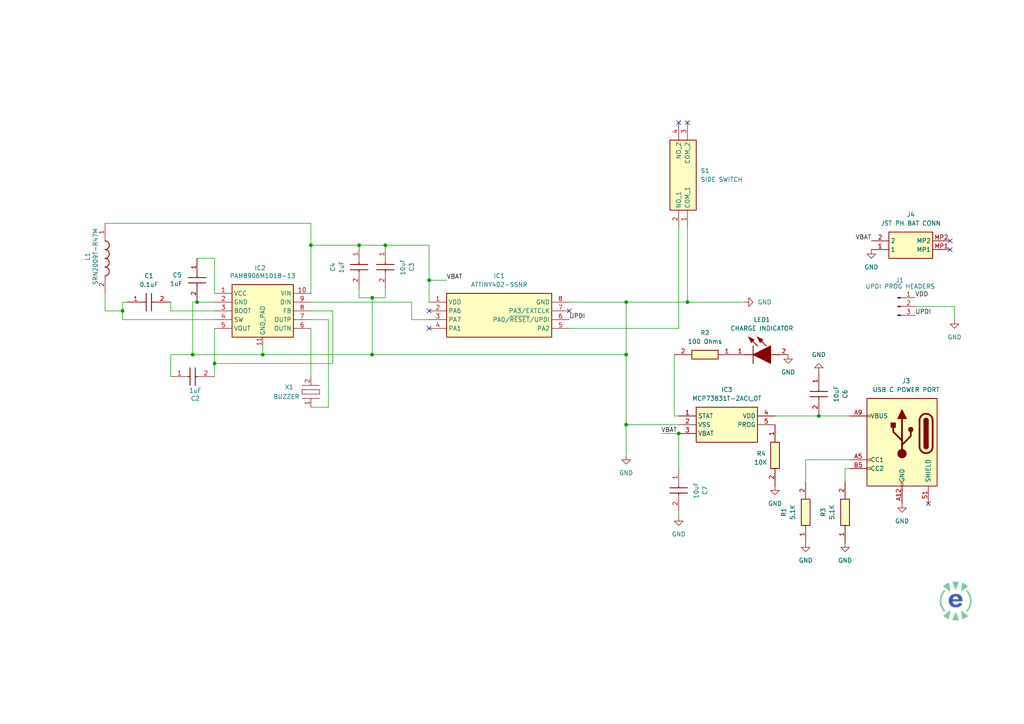
<source format=kicad_sch>
(kicad_sch (version 20231120) (generator "eeschema") (generator_version "8.0")
  (paper "A4")
  (title_block (title "Sound Defense Dev Board") (date "2024-12-14") (rev "v3.0") (company "Creative Engineering LLC") (comment 1 "creativeengineering.com") (comment 2 "Prepared by: Carl Ranieri") (comment 4 "Client: Mandy Howland"))
  (junction (at 62.23 105.41))
  (junction (at 55.88 102.87))
  (junction (at 57.15 87.63))
  (junction (at 199.39 87.63))
  (junction (at 76.2 102.87))
  (junction (at 124.46 81.28))
  (junction (at 104.14 71.12))
  (junction (at 107.95 86.36))
  (junction (at 111.76 71.12))
  (junction (at 181.61 87.63))
  (junction (at 181.61 123.19))
  (junction (at 107.95 102.87))
  (junction (at 196.85 125.73))
  (junction (at 181.61 102.87))
  (junction (at 90.17 71.12))
  (junction (at 35.56 90.17))
  (junction (at 237.49 120.65))
  (no_connect (at 269.24 146.05))
  (no_connect (at 199.39 35.56))
  (no_connect (at 165.1 90.17))
  (no_connect (at 275.59 72.39))
  (no_connect (at 124.46 90.17))
  (no_connect (at 275.59 69.85))
  (no_connect (at 124.46 95.25))
  (no_connect (at 196.85 35.56))
  (wire (pts (xy 119.38 92.71) (xy 124.46 92.71)))
  (wire (pts (xy 195.58 120.65) (xy 195.58 102.87)))
  (wire (pts (xy 57.15 87.63) (xy 62.23 87.63)))
  (wire (pts (xy 111.76 71.12) (xy 124.46 71.12)))
  (wire (pts (xy 165.1 87.63) (xy 181.61 87.63)))
  (wire (pts (xy 90.17 95.25) (xy 90.17 109.22)))
  (wire (pts (xy 124.46 81.28) (xy 129.54 81.28)))
  (wire (pts (xy 90.17 71.12) (xy 104.14 71.12)))
  (wire (pts (xy 224.79 120.65) (xy 237.49 120.65)))
  (wire (pts (xy 62.23 105.41) (xy 96.52 105.41)))
  (wire (pts (xy 191.77 125.73) (xy 196.85 125.73)))
  (wire (pts (xy 124.46 71.12) (xy 124.46 81.28)))
  (wire (pts (xy 95.25 92.71) (xy 90.17 92.71)))
  (wire (pts (xy 196.85 120.65) (xy 195.58 120.65)))
  (wire (pts (xy 165.1 95.25) (xy 196.85 95.25)))
  (wire (pts (xy 181.61 87.63) (xy 181.61 102.87)))
  (wire (pts (xy 245.11 135.89) (xy 246.38 135.89)))
  (wire (pts (xy 107.95 86.36) (xy 111.76 86.36)))
  (wire (pts (xy 181.61 87.63) (xy 199.39 87.63)))
  (wire (pts (xy 49.53 87.63) (xy 49.53 90.17)))
  (wire (pts (xy 96.52 90.17) (xy 90.17 90.17)))
  (wire (pts (xy 35.56 87.63) (xy 35.56 90.17)))
  (wire (pts (xy 62.23 85.09) (xy 62.23 74.93)))
  (wire (pts (xy 36.83 87.63) (xy 35.56 87.63)))
  (wire (pts (xy 95.25 118.11) (xy 90.17 118.11)))
  (wire (pts (xy 199.39 66.04) (xy 199.39 87.63)))
  (wire (pts (xy 76.2 100.33) (xy 76.2 102.87)))
  (wire (pts (xy 62.23 105.41) (xy 62.23 95.25)))
  (wire (pts (xy 124.46 81.28) (xy 124.46 87.63)))
  (wire (pts (xy 35.56 90.17) (xy 35.56 92.71)))
  (wire (pts (xy 245.11 139.7) (xy 245.11 135.89)))
  (wire (pts (xy 90.17 71.12) (xy 90.17 85.09)))
  (wire (pts (xy 49.53 102.87) (xy 55.88 102.87)))
  (wire (pts (xy 107.95 102.87) (xy 181.61 102.87)))
  (wire (pts (xy 107.95 86.36) (xy 107.95 102.87)))
  (wire (pts (xy 237.49 120.65) (xy 246.38 120.65)))
  (wire (pts (xy 49.53 109.22) (xy 49.53 102.87)))
  (wire (pts (xy 246.38 133.35) (xy 233.68 133.35)))
  (wire (pts (xy 196.85 125.73) (xy 196.85 135.89)))
  (wire (pts (xy 62.23 74.93) (xy 57.15 74.93)))
  (wire (pts (xy 181.61 123.19) (xy 196.85 123.19)))
  (wire (pts (xy 30.48 64.77) (xy 90.17 64.77)))
  (wire (pts (xy 30.48 85.09) (xy 30.48 90.17)))
  (wire (pts (xy 111.76 83.82) (xy 111.76 86.36)))
  (wire (pts (xy 62.23 92.71) (xy 35.56 92.71)))
  (wire (pts (xy 181.61 123.19) (xy 181.61 132.08)))
  (wire (pts (xy 265.43 88.9) (xy 276.86 88.9)))
  (wire (pts (xy 96.52 105.41) (xy 96.52 90.17)))
  (wire (pts (xy 49.53 90.17) (xy 62.23 90.17)))
  (wire (pts (xy 90.17 87.63) (xy 119.38 87.63)))
  (wire (pts (xy 276.86 88.9) (xy 276.86 92.71)))
  (wire (pts (xy 119.38 87.63) (xy 119.38 92.71)))
  (wire (pts (xy 55.88 87.63) (xy 55.88 102.87)))
  (wire (pts (xy 55.88 102.87) (xy 76.2 102.87)))
  (wire (pts (xy 233.68 133.35) (xy 233.68 139.7)))
  (wire (pts (xy 90.17 64.77) (xy 90.17 71.12)))
  (wire (pts (xy 104.14 86.36) (xy 107.95 86.36)))
  (wire (pts (xy 181.61 102.87) (xy 181.61 123.19)))
  (wire (pts (xy 196.85 66.04) (xy 196.85 95.25)))
  (wire (pts (xy 76.2 102.87) (xy 107.95 102.87)))
  (wire (pts (xy 196.85 148.59) (xy 196.85 149.86)))
  (wire (pts (xy 104.14 83.82) (xy 104.14 86.36)))
  (wire (pts (xy 62.23 109.22) (xy 62.23 105.41)))
  (wire (pts (xy 95.25 92.71) (xy 95.25 118.11)))
  (wire (pts (xy 104.14 71.12) (xy 111.76 71.12)))
  (wire (pts (xy 57.15 87.63) (xy 55.88 87.63)))
  (wire (pts (xy 30.48 90.17) (xy 35.56 90.17)))
  (wire (pts (xy 199.39 87.63) (xy 215.9 87.63)))
  (polyline (pts (xy 275.4814 177.1289) (xy 275.4922 177.1313) (xy 275.503 177.1337) (xy 275.5126 177.1373) (xy 275.5234 177.1409) (xy 275.533 177.1457) (xy 275.5426 177.1517) (xy 275.551 177.1577) (xy 275.5594 177.1637) (xy 275.5678 177.1709) (xy 275.575 177.1793) (xy 275.5823 177.1865) (xy 275.5894 177.1949) (xy 275.5954 177.2045) (xy 275.6003 177.2141) (xy 275.6099 177.2333) (xy 275.6135 177.2441) (xy 275.6159 177.2537) (xy 275.6183 177.2645) (xy 275.6195 177.2753) (xy 275.6195 177.3078) (xy 275.6183 177.3185) (xy 275.2654 179.4347) (xy 275.2642 179.4455) (xy 275.257 179.4672) (xy 275.2534 179.4767) (xy 275.2486 179.4864) (xy 275.2426 179.496) (xy 275.2365 179.5056) (xy 275.2293 179.514) (xy 275.2221 179.5224) (xy 275.2137 179.5296) (xy 275.2065 179.5368) (xy 275.1969 179.544) (xy 275.1885 179.5488) (xy 275.1789 179.5548) (xy 275.1681 179.5596) (xy 275.1585 179.5632) (xy 275.1477 179.5668) (xy 275.1369 179.5692) (xy 275.1261 179.5716) (xy 275.1153 179.5728) (xy 275.0937 179.5728) (xy 275.0721 179.5704) (xy 275.0613 179.568) (xy 275.0505 179.5644) (xy 275.0397 179.5608) (xy 275.0301 179.556) (xy 275.0205 179.5512) (xy 273.7157 178.7974) (xy 273.7061 178.7914) (xy 273.6977 178.7854) (xy 273.6893 178.7782) (xy 273.6809 178.771) (xy 273.6737 178.7626) (xy 273.6665 178.7541) (xy 273.6605 178.7458) (xy 273.6545 178.7361) (xy 273.6497 178.7265) (xy 273.6449 178.7157) (xy 273.6413 178.7061) (xy 273.6377 178.6953) (xy 273.6353 178.6845) (xy 273.6329 178.6629) (xy 273.6329 178.6521) (xy 273.6341 178.6401) (xy 273.6365 178.6185) (xy 273.6401 178.6089) (xy 273.6473 178.5873) (xy 273.6521 178.5777) (xy 273.6569 178.5681) (xy 273.6629 178.5585) (xy 273.6701 178.5501) (xy 273.6773 178.5417) (xy 273.6845 178.5345) (xy 273.6929 178.5273) (xy 275.3494 177.1637) (xy 275.3578 177.1577) (xy 275.3674 177.1517) (xy 275.377 177.1457) (xy 275.3866 177.1409) (xy 275.3962 177.1373) (xy 275.407 177.1337) (xy 275.4166 177.1313) (xy 275.4274 177.1289) (xy 275.449 177.1265) (xy 275.4598 177.1265) (xy 275.4814 177.1289)) (stroke (width -0.0001) (type solid)) (fill (type color) (color 120 197 154 1)))
  (polyline (pts (xy 273.9606 171.1837) (xy 274.0038 171.2029) (xy 274.0434 171.2317) (xy 274.1034 171.3097) (xy 274.1202 171.3541) (xy 274.1274 171.4021) (xy 274.1142 171.4993) (xy 274.0662 171.5822) (xy 274.0314 171.623) (xy 273.9966 171.6638) (xy 273.9618 171.7058) (xy 273.9282 171.7478) (xy 273.8946 171.791) (xy 273.8622 171.8342) (xy 273.8298 171.8775) (xy 273.7673 171.9663) (xy 273.7373 172.0107) (xy 273.7073 172.0563) (xy 273.6497 172.1475) (xy 273.6221 172.1943) (xy 273.5945 172.2412) (xy 273.5681 172.288) (xy 273.5417 172.3348) (xy 273.5165 172.3828) (xy 273.4913 172.4308) (xy 273.4673 172.4788) (xy 273.4432 172.528) (xy 273.4204 172.5772) (xy 273.3988 172.6265) (xy 273.376 172.6757) (xy 273.3556 172.7261) (xy 273.3352 172.7753) (xy 273.316 172.8257) (xy 273.2968 172.8773) (xy 273.2776 172.9277) (xy 273.2608 172.9794) (xy 273.2428 173.031) (xy 273.2272 173.0814) (xy 273.2116 173.1342) (xy 273.196 173.1858) (xy 273.1816 173.2374) (xy 273.1684 173.2902) (xy 273.1552 173.3431) (xy 273.1432 173.3959) (xy 273.1312 173.4487) (xy 273.1204 173.5015) (xy 273.1108 173.5543) (xy 273.1012 173.6071) (xy 273.0915 173.6612) (xy 273.0843 173.7152) (xy 273.0759 173.768) (xy 273.0699 173.822) (xy 273.0579 173.93) (xy 273.0543 173.9828) (xy 273.0495 174.0369) (xy 273.0471 174.0909) (xy 273.0423 174.1989) (xy 273.0411 174.2541) (xy 273.0411 174.3621) (xy 273.0423 174.4162) (xy 273.0447 174.4702) (xy 273.0471 174.5242) (xy 273.0495 174.5782) (xy 273.0543 174.6322) (xy 273.0579 174.6862) (xy 273.0639 174.7403) (xy 273.0699 174.7931) (xy 273.0759 174.8471) (xy 273.0843 174.9011) (xy 273.0915 174.9539) (xy 273.1012 175.0079) (xy 273.1108 175.0607) (xy 273.1204 175.1136) (xy 273.1312 175.1676) (xy 273.1432 175.2204) (xy 273.1552 175.2732) (xy 273.1684 175.3248) (xy 273.1816 175.3776) (xy 273.196 175.4292) (xy 273.2116 175.4821) (xy 273.2272 175.5337) (xy 273.2428 175.5853) (xy 273.2608 175.6369) (xy 273.2776 175.6873) (xy 273.2968 175.7389) (xy 273.316 175.7893) (xy 273.3352 175.8398) (xy 273.3556 175.889) (xy 273.376 175.9394) (xy 273.3988 175.9886) (xy 273.4204 176.0378) (xy 273.4432 176.087) (xy 273.4673 176.1362) (xy 273.4913 176.1842) (xy 273.5165 176.2323) (xy 273.5417 176.2803) (xy 273.5681 176.3271) (xy 273.5945 176.3751) (xy 273.6221 176.4219) (xy 273.6497 176.4675) (xy 273.7073 176.5588) (xy 273.7373 176.6044) (xy 273.7673 176.6488) (xy 273.8298 176.7376) (xy 273.8946 176.824) (xy 273.9282 176.8672) (xy 273.9618 176.9093) (xy 273.9966 176.9513) (xy 274.0314 176.9921) (xy 274.0662 177.0329) (xy 274.1154 177.1169) (xy 274.1262 177.1637) (xy 274.1274 177.2129) (xy 274.1022 177.3078) (xy 274.077 177.3486) (xy 274.0434 177.3834) (xy 273.9582 177.4326) (xy 273.9126 177.4434) (xy 273.8634 177.4446) (xy 273.7697 177.4194) (xy 273.6929 177.3606) (xy 273.6557 177.3174) (xy 273.6197 177.2742) (xy 273.5837 177.2297) (xy 273.5477 177.1853) (xy 273.5129 177.1397) (xy 273.4781 177.0953) (xy 273.4432 177.0497) (xy 273.4108 177.0029) (xy 273.3772 176.9561) (xy 273.3448 176.9093) (xy 273.3136 176.8624) (xy 273.2824 176.8144) (xy 273.2224 176.7184) (xy 273.1924 176.6692) (xy 273.1636 176.62) (xy 273.136 176.5708) (xy 273.1084 176.5203) (xy 273.0807 176.4699) (xy 273.0543 176.4195) (xy 273.0291 176.3691) (xy 273.0039 176.3175) (xy 272.9799 176.2659) (xy 272.9559 176.2143) (xy 272.9331 176.1626) (xy 272.9103 176.1098) (xy 272.8887 176.057) (xy 272.8671 176.0042) (xy 272.8467 175.9514) (xy 272.8275 175.8986) (xy 272.8083 175.8446) (xy 272.7891 175.7905) (xy 272.7711 175.7365) (xy 272.7543 175.6825) (xy 272.7374 175.6273) (xy 272.7218 175.5733) (xy 272.7062 175.5181) (xy 272.6774 175.4076) (xy 272.6642 175.3524) (xy 272.6522 175.2972) (xy 272.6402 175.2408) (xy 272.6294 175.1856) (xy 272.6186 175.1292) (xy 272.609 175.0727) (xy 272.5994 175.0175) (xy 272.5922 174.9611) (xy 272.5838 174.9047) (xy 272.5766 174.8471) (xy 272.5706 174.7907) (xy 272.5646 174.7342) (xy 272.5598 174.6778) (xy 272.5562 174.6202) (xy 272.549 174.5074) (xy 272.5478 174.4498) (xy 272.5454 174.3934) (xy 272.5454 174.2217) (xy 272.5478 174.1653) (xy 272.549 174.1089) (xy 272.5526 174.0513) (xy 272.5562 173.9948) (xy 272.5598 173.9372) (xy 272.5646 173.8808) (xy 272.5706 173.8244) (xy 272.5766 173.768) (xy 272.5838 173.7116) (xy 272.5922 173.6551) (xy 272.5994 173.5987) (xy 272.609 173.5423) (xy 272.6186 173.4859) (xy 272.6294 173.4295) (xy 272.6402 173.3743) (xy 272.6522 173.3179) (xy 272.6642 173.2626) (xy 272.6774 173.2074) (xy 272.6918 173.1522) (xy 272.7062 173.097) (xy 272.7218 173.0418) (xy 272.7374 172.9878) (xy 272.7543 172.9325) (xy 272.7711 172.8785) (xy 272.7891 172.8245) (xy 272.8083 172.7705) (xy 272.8275 172.7177) (xy 272.8467 172.6637) (xy 272.8671 172.6109) (xy 272.8887 172.558) (xy 272.9103 172.5052) (xy 272.9331 172.4524) (xy 272.9559 172.4008) (xy 272.9799 172.3492) (xy 273.0039 172.2976) (xy 273.0291 172.246) (xy 273.0543 172.1955) (xy 273.0807 172.1451) (xy 273.136 172.0443) (xy 273.1636 171.9951) (xy 273.1924 171.9459) (xy 273.2224 171.8967) (xy 273.2524 171.8487) (xy 273.2824 171.8006) (xy 273.3136 171.7526) (xy 273.3448 171.7058) (xy 273.3772 171.659) (xy 273.4108 171.6122) (xy 273.4432 171.5666) (xy 273.4781 171.521) (xy 273.5477 171.4297) (xy 273.5837 171.3853) (xy 273.6197 171.3421) (xy 273.6557 171.2977) (xy 273.6929 171.2557) (xy 273.7697 171.1945) (xy 273.8141 171.1789) (xy 273.8634 171.1717) (xy 273.9606 171.1837)) (stroke (width -0.0001) (type solid)) (fill (type color) (color 120 197 154 1)))
  (polyline (pts (xy 277.3683 172.2615) (xy 277.5184 172.2724) (xy 277.6672 172.2916) (xy 277.8149 172.3204) (xy 277.9385 172.3516) (xy 278.0597 172.39) (xy 278.1774 172.4368) (xy 278.2914 172.492) (xy 278.4018 172.5556) (xy 278.5062 172.6277) (xy 278.6047 172.7081) (xy 278.6959 172.7969) (xy 278.7787 172.8929) (xy 278.8543 172.995) (xy 278.9204 173.103) (xy 278.978 173.217) (xy 279.0404 173.3659) (xy 279.0884 173.5207) (xy 279.1244 173.6779) (xy 279.1484 173.8376) (xy 279.1616 173.9984) (xy 279.1664 174.1605) (xy 279.1664 174.2049) (xy 279.164 174.2613) (xy 279.1604 174.2877) (xy 279.1544 174.3141) (xy 279.1448 174.3381) (xy 279.1316 174.3609) (xy 279.1148 174.3813) (xy 279.0956 174.3993) (xy 279.074 174.4149) (xy 279.05 174.427) (xy 279.0248 174.4366) (xy 278.9984 174.4426) (xy 278.972 174.445) (xy 276.2676 174.445) (xy 276.2808 174.5362) (xy 276.3 174.6262) (xy 276.324 174.715) (xy 276.3553 174.8015) (xy 276.3925 174.8855) (xy 276.4381 174.9659) (xy 276.4921 175.0403) (xy 276.5521 175.1075) (xy 276.6193 175.1676) (xy 276.6937 175.2192) (xy 276.773 175.2624) (xy 276.8582 175.2972) (xy 276.9458 175.3236) (xy 277.0358 175.3416) (xy 277.1271 175.3512) (xy 277.2195 175.3536) (xy 277.3371 175.35) (xy 277.4536 175.3368) (xy 277.5688 175.314) (xy 277.6816 175.2804) (xy 277.774 175.242) (xy 277.8617 175.194) (xy 277.9445 175.1375) (xy 278.0213 175.0727) (xy 278.0909 175.0019) (xy 278.1546 174.9251) (xy 278.1738 174.9035) (xy 278.1966 174.8843) (xy 278.2218 174.8687) (xy 278.2494 174.8579) (xy 278.2782 174.8507) (xy 278.307 174.8483) (xy 278.3358 174.8507) (xy 278.3646 174.8567) (xy 278.9096 175.0259) (xy 278.936 175.0367) (xy 278.96 175.0511) (xy 278.9816 175.0679) (xy 279.0008 175.0883) (xy 279.0164 175.1111) (xy 279.0284 175.1363) (xy 279.0368 175.1628) (xy 279.0416 175.1904) (xy 279.0416 175.218) (xy 279.0392 175.2456) (xy 279.032 175.272) (xy 279.0212 175.2972) (xy 279.0068 175.3212) (xy 278.9276 175.4244) (xy 278.8435 175.5229) (xy 278.7523 175.6153) (xy 278.6539 175.7005) (xy 278.5507 175.7785) (xy 278.4426 175.8505) (xy 278.3298 175.9142) (xy 278.1798 175.9838) (xy 278.0249 176.0402) (xy 277.8665 176.0846) (xy 277.7044 176.117) (xy 277.5412 176.1398) (xy 277.3767 176.1518) (xy 277.2123 176.1566) (xy 277.2099 176.1662) (xy 277.0562 176.1626) (xy 276.9038 176.1506) (xy 276.7526 176.129) (xy 276.6025 176.0966) (xy 276.4777 176.0618) (xy 276.3553 176.0198) (xy 276.2352 175.9682) (xy 276.12 175.9082) (xy 276.0084 175.8409) (xy 275.9015 175.7665) (xy 275.8007 175.6849) (xy 275.7071 175.5949) (xy 275.6206 175.4976) (xy 275.5402 175.3944) (xy 275.4682 175.2864) (xy 275.4058 175.1724) (xy 275.3458 175.0439) (xy 275.2954 174.9107) (xy 275.2581 174.7738) (xy 275.2293 174.6346) (xy 275.2089 174.4942) (xy 275.1969 174.3525) (xy 275.1933 174.2109) (xy 275.1969 174.0572) (xy 275.2101 173.9036) (xy 275.2268 173.798) (xy 276.2916 173.798) (xy 278.0284 173.798) (xy 278.0189 173.7056) (xy 278.0009 173.6131) (xy 277.9745 173.5231) (xy 277.9373 173.4367) (xy 277.8905 173.3551) (xy 277.8353 173.2794) (xy 277.774 173.2146) (xy 277.7056 173.157) (xy 277.6312 173.1078) (xy 277.5508 173.0682) (xy 277.4668 173.037) (xy 277.3803 173.0154) (xy 277.2915 173.0034) (xy 277.2015 172.9998) (xy 277.1043 173.0034) (xy 277.007 173.0142) (xy 276.911 173.0346) (xy 276.8186 173.0658) (xy 276.7298 173.1078) (xy 276.6469 173.1606) (xy 276.5833 173.2134) (xy 276.5257 173.2722) (xy 276.4753 173.337) (xy 276.4309 173.4067) (xy 276.3829 173.4991) (xy 276.3444 173.5963) (xy 276.3144 173.6959) (xy 276.2916 173.798) (xy 275.2268 173.798) (xy 275.2341 173.7512) (xy 275.2677 173.6011) (xy 275.305 173.4763) (xy 275.3518 173.3551) (xy 275.407 173.2362) (xy 275.4706 173.1222) (xy 275.5426 173.0142) (xy 275.623 172.9109) (xy 275.7107 172.8149) (xy 275.8067 172.7261) (xy 275.9087 172.6445) (xy 276.0168 172.5712) (xy 276.1296 172.5052) (xy 276.246 172.4476) (xy 276.3781 172.3948) (xy 276.5137 172.3504) (xy 276.6517 172.3156) (xy 276.7922 172.2904) (xy 276.9338 172.2724) (xy 277.0755 172.2615) (xy 277.2183 172.2579) (xy 277.3683 172.2615)) (stroke (width -0.0001) (type solid)) (fill (type color) (color 56 93 169 1)))
  (polyline (pts (xy 275.1153 169.0435) (xy 275.1261 169.0435) (xy 275.1369 169.0459) (xy 275.1477 169.0483) (xy 275.1585 169.0519) (xy 275.1681 169.0555) (xy 275.1789 169.0603) (xy 275.1885 169.0663) (xy 275.1969 169.0723) (xy 275.2065 169.0783) (xy 275.2137 169.0855) (xy 275.2221 169.0939) (xy 275.2293 169.1011) (xy 275.2365 169.1107) (xy 275.2425 169.1191) (xy 275.2485 169.1287) (xy 275.2533 169.1383) (xy 275.2569 169.1491) (xy 275.2605 169.1587) (xy 275.2641 169.1695) (xy 275.2653 169.1803) (xy 275.6182 171.2965) (xy 275.6194 171.3073) (xy 275.6194 171.3397) (xy 275.6182 171.3505) (xy 275.6158 171.3613) (xy 275.6134 171.3709) (xy 275.6098 171.3817) (xy 275.605 171.3913) (xy 275.6002 171.4009) (xy 275.5954 171.4105) (xy 275.5894 171.4201) (xy 275.5822 171.4285) (xy 275.575 171.4369) (xy 275.5678 171.4441) (xy 275.5594 171.4513) (xy 275.551 171.4585) (xy 275.5426 171.4633) (xy 275.533 171.4693) (xy 275.5234 171.4741) (xy 275.5126 171.4777) (xy 275.503 171.4813) (xy 275.4922 171.4849) (xy 275.4814 171.4861) (xy 275.4706 171.4885) (xy 275.4382 171.4885) (xy 275.4274 171.4861) (xy 275.4166 171.4849) (xy 275.407 171.4813) (xy 275.3962 171.4777) (xy 275.3866 171.4741) (xy 275.377 171.4693) (xy 275.3674 171.4633) (xy 275.3578 171.4573) (xy 275.3494 171.4513) (xy 273.6929 170.089) (xy 273.6845 170.0818) (xy 273.6773 170.0733) (xy 273.6701 170.065) (xy 273.6629 170.0565) (xy 273.6569 170.0469) (xy 273.6521 170.0373) (xy 273.6473 170.0277) (xy 273.6437 170.0169) (xy 273.6401 170.0073) (xy 273.6365 169.9965) (xy 273.6353 169.9857) (xy 273.6341 169.9749) (xy 273.6329 169.9641) (xy 273.6329 169.9521) (xy 273.6341 169.9413) (xy 273.6353 169.9305) (xy 273.6377 169.9197) (xy 273.6413 169.9101) (xy 273.6449 169.8993) (xy 273.6497 169.8897) (xy 273.6545 169.8789) (xy 273.6605 169.8705) (xy 273.6665 169.8609) (xy 273.6737 169.8525) (xy 273.6809 169.8441) (xy 273.6893 169.8369) (xy 273.6977 169.8297) (xy 273.7061 169.8237) (xy 273.7157 169.8177) (xy 275.0205 169.0651) (xy 275.0301 169.0591) (xy 275.0397 169.0543) (xy 275.0505 169.0507) (xy 275.0613 169.0483) (xy 275.0721 169.0459) (xy 275.0829 169.0435) (xy 275.0937 169.0423) (xy 275.1045 169.0423) (xy 275.1153 169.0435)) (stroke (width -0.0001) (type solid)) (fill (type color) (color 120 197 154 1)))
  (polyline (pts (xy 278.9168 177.1277) (xy 278.9276 177.1289) (xy 278.9384 177.1313) (xy 278.9492 177.1337) (xy 278.9684 177.1409) (xy 278.978 177.1457) (xy 278.9876 177.1517) (xy 278.9972 177.1577) (xy 279.0056 177.1637) (xy 280.662 178.5273) (xy 280.6705 178.5345) (xy 280.6777 178.5417) (xy 280.6848 178.5501) (xy 280.6921 178.5585) (xy 280.6981 178.5681) (xy 280.7029 178.5777) (xy 280.7077 178.5873) (xy 280.7125 178.5981) (xy 280.7161 178.6089) (xy 280.7185 178.6185) (xy 280.7209 178.6293) (xy 280.7221 178.6401) (xy 280.7221 178.6629) (xy 280.7209 178.6737) (xy 280.7197 178.6845) (xy 280.7173 178.6953) (xy 280.7137 178.7061) (xy 280.7101 178.7157) (xy 280.7065 178.7265) (xy 280.7005 178.7361) (xy 280.6957 178.7458) (xy 280.6885 178.7542) (xy 280.6813 178.7626) (xy 280.6741 178.771) (xy 280.6668 178.7782) (xy 280.6584 178.7854) (xy 280.6488 178.7914) (xy 280.6392 178.7974) (xy 279.3357 179.5512) (xy 279.3249 179.556) (xy 279.3153 179.5608) (xy 279.3057 179.5644) (xy 279.2949 179.568) (xy 279.2841 179.5704) (xy 279.2625 179.5728) (xy 279.2397 179.5728) (xy 279.2288 179.5716) (xy 279.218 179.5692) (xy 279.2072 179.5668) (xy 279.1976 179.5632) (xy 279.1868 179.5596) (xy 279.1772 179.5548) (xy 279.1676 179.5488) (xy 279.158 179.544) (xy 279.1496 179.5368) (xy 279.1412 179.5296) (xy 279.1328 179.5224) (xy 279.1256 179.514) (xy 279.1184 179.5056) (xy 279.1124 179.496) (xy 279.1028 179.4767) (xy 279.098 179.4672) (xy 279.0944 179.4563) (xy 279.092 179.4455) (xy 279.0896 179.4347) (xy 278.7379 177.3186) (xy 278.7367 177.3078) (xy 278.7355 177.2969) (xy 278.7355 177.2753) (xy 278.7379 177.2645) (xy 278.7391 177.2537) (xy 278.7427 177.2441) (xy 278.7463 177.2333) (xy 278.7499 177.2237) (xy 278.7547 177.2141) (xy 278.7607 177.2045) (xy 278.7655 177.1949) (xy 278.7727 177.1865) (xy 278.7799 177.1793) (xy 278.7871 177.1709) (xy 278.7955 177.1637) (xy 278.8039 177.1577) (xy 278.8135 177.1517) (xy 278.8231 177.1457) (xy 278.8327 177.1409) (xy 278.8423 177.1373) (xy 278.8531 177.1337) (xy 278.8627 177.1313) (xy 278.8735 177.1289) (xy 278.8844 177.1277) (xy 278.8952 177.1265) (xy 278.906 177.1265) (xy 278.9168 177.1277)) (stroke (width -0.0001) (type solid)) (fill (type color) (color 120 197 154 1)))
  (polyline (pts (xy 279.2733 169.0435) (xy 279.2949 169.0483) (xy 279.3057 169.0507) (xy 279.3153 169.0543) (xy 279.3249 169.0591) (xy 279.3357 169.0651) (xy 280.6392 169.8177) (xy 280.6585 169.8297) (xy 280.6669 169.8369) (xy 280.6741 169.8441) (xy 280.6813 169.8525) (xy 280.6885 169.8609) (xy 280.6957 169.8705) (xy 280.7005 169.8789) (xy 280.7065 169.8897) (xy 280.7101 169.8993) (xy 280.7137 169.9101) (xy 280.7173 169.9197) (xy 280.7197 169.9305) (xy 280.7221 169.9521) (xy 280.7221 169.9749) (xy 280.7209 169.9857) (xy 280.7185 169.9965) (xy 280.7161 170.0073) (xy 280.7125 170.0169) (xy 280.7077 170.0277) (xy 280.7029 170.0373) (xy 280.6981 170.0469) (xy 280.6921 170.0566) (xy 280.6849 170.0649) (xy 280.6777 170.0734) (xy 280.6705 170.0818) (xy 280.6621 170.089) (xy 279.0056 171.4513) (xy 278.9972 171.4573) (xy 278.9876 171.4633) (xy 278.978 171.4693) (xy 278.9684 171.4741) (xy 278.9588 171.4777) (xy 278.9492 171.4813) (xy 278.9384 171.4849) (xy 278.9276 171.4861) (xy 278.9168 171.4885) (xy 278.8844 171.4885) (xy 278.8736 171.4861) (xy 278.8628 171.4849) (xy 278.8532 171.4813) (xy 278.8424 171.4777) (xy 278.8327 171.4741) (xy 278.8231 171.4693) (xy 278.8135 171.4633) (xy 278.8039 171.4585) (xy 278.7955 171.4513) (xy 278.7871 171.4441) (xy 278.7799 171.4369) (xy 278.7727 171.4285) (xy 278.7655 171.4201) (xy 278.7607 171.4105) (xy 278.7547 171.4009) (xy 278.7499 171.3913) (xy 278.7463 171.3817) (xy 278.7427 171.3709) (xy 278.7391 171.3613) (xy 278.7379 171.3505) (xy 278.7355 171.3397) (xy 278.7355 171.3181) (xy 278.7367 171.3073) (xy 278.7379 171.2965) (xy 279.0896 169.1803) (xy 279.092 169.1695) (xy 279.0944 169.1587) (xy 279.098 169.1491) (xy 279.1028 169.1383) (xy 279.1076 169.1287) (xy 279.1124 169.1191) (xy 279.1184 169.1107) (xy 279.1256 169.1011) (xy 279.1412 169.0855) (xy 279.1496 169.0783) (xy 279.158 169.0723) (xy 279.1676 169.0663) (xy 279.1772 169.0603) (xy 279.1868 169.0555) (xy 279.1976 169.0519) (xy 279.2073 169.0483) (xy 279.2181 169.0459) (xy 279.2289 169.0435) (xy 279.2397 169.0435) (xy 279.2517 169.0423) (xy 279.2625 169.0423) (xy 279.2733 169.0435)) (stroke (width -0.0001) (type solid)) (fill (type color) (color 120 197 154 1)))
  (polyline (pts (xy 280.5408 171.1789) (xy 280.5852 171.1945) (xy 280.662 171.2557) (xy 280.6993 171.2977) (xy 280.7365 171.3421) (xy 280.7725 171.3853) (xy 280.8085 171.4297) (xy 280.8781 171.521) (xy 280.9117 171.5666) (xy 280.9453 171.6122) (xy 281.0101 171.7058) (xy 281.0413 171.7526) (xy 281.0726 171.8006) (xy 281.1038 171.8487) (xy 281.1338 171.8967) (xy 281.1914 171.9951) (xy 281.2202 172.0443) (xy 281.2478 172.0947) (xy 281.2742 172.1451) (xy 281.3006 172.1955) (xy 281.3258 172.246) (xy 281.351 172.2976) (xy 281.375 172.3492) (xy 281.399 172.4008) (xy 281.4231 172.4524) (xy 281.4447 172.5052) (xy 281.4663 172.558) (xy 281.4879 172.6109) (xy 281.5083 172.6637) (xy 281.5287 172.7177) (xy 281.5479 172.7705) (xy 281.5659 172.8245) (xy 281.5839 172.8785) (xy 281.6019 172.9325) (xy 281.6175 172.9878) (xy 281.6343 173.0418) (xy 281.6631 173.1522) (xy 281.6775 173.2074) (xy 281.6907 173.2626) (xy 281.7027 173.3179) (xy 281.7147 173.3743) (xy 281.7255 173.4295) (xy 281.7363 173.4859) (xy 281.7459 173.5423) (xy 281.7555 173.5987) (xy 281.764 173.6551) (xy 281.7784 173.768) (xy 281.7844 173.8244) (xy 281.7904 173.8808) (xy 281.7952 173.9372) (xy 281.8 173.9948) (xy 281.8024 174.0513) (xy 281.806 174.1089) (xy 281.8084 174.1653) (xy 281.8096 174.2217) (xy 281.8096 174.3934) (xy 281.8084 174.4498) (xy 281.806 174.5074) (xy 281.8024 174.5638) (xy 281.8 174.6202) (xy 281.7952 174.6778) (xy 281.7904 174.7342) (xy 281.7844 174.7907) (xy 281.7784 174.8471) (xy 281.7712 174.9047) (xy 281.764 174.9611) (xy 281.7555 175.0175) (xy 281.7459 175.0727) (xy 281.7363 175.1292) (xy 281.7255 175.1856) (xy 281.7147 175.2408) (xy 281.7027 175.2972) (xy 281.6907 175.3524) (xy 281.6775 175.4076) (xy 281.6487 175.5181) (xy 281.6343 175.5733) (xy 281.6175 175.6273) (xy 281.6019 175.6825) (xy 281.5839 175.7365) (xy 281.5659 175.7905) (xy 281.5479 175.8446) (xy 281.5287 175.8986) (xy 281.5083 175.9514) (xy 281.4879 176.0042) (xy 281.4663 176.057) (xy 281.4447 176.1098) (xy 281.4231 176.1626) (xy 281.399 176.2143) (xy 281.375 176.2659) (xy 281.351 176.3175) (xy 281.3258 176.3691) (xy 281.3006 176.4195) (xy 281.2742 176.4699) (xy 281.2478 176.5203) (xy 281.2202 176.5708) (xy 281.1914 176.62) (xy 281.1626 176.6692) (xy 281.1338 176.7184) (xy 281.1038 176.7664) (xy 281.0413 176.8624) (xy 281.0101 176.9093) (xy 280.9453 177.0029) (xy 280.9117 177.0497) (xy 280.8781 177.0953) (xy 280.8433 177.1397) (xy 280.8085 177.1853) (xy 280.7725 177.2297) (xy 280.7365 177.2742) (xy 280.6993 177.3174) (xy 280.662 177.3606) (xy 280.5864 177.4194) (xy 280.4916 177.4446) (xy 280.4436 177.4434) (xy 280.3968 177.4326) (xy 280.3127 177.3834) (xy 280.2791 177.3486) (xy 280.2527 177.3078) (xy 280.2287 177.2129) (xy 280.2287 177.1637) (xy 280.2395 177.1169) (xy 280.2887 177.0329) (xy 280.3247 176.9921) (xy 280.3596 176.9513) (xy 280.3932 176.9093) (xy 280.428 176.8672) (xy 280.4928 176.7808) (xy 280.5252 176.7376) (xy 280.5876 176.6488) (xy 280.6176 176.6044) (xy 280.6476 176.5588) (xy 280.7341 176.4219) (xy 280.7605 176.3751) (xy 280.7881 176.3271) (xy 280.8133 176.2803) (xy 280.8397 176.2323) (xy 280.8637 176.1842) (xy 280.8877 176.1362) (xy 280.9117 176.087) (xy 280.9345 176.0378) (xy 280.9573 175.9886) (xy 280.9789 175.9394) (xy 280.9993 175.889) (xy 281.0197 175.8398) (xy 281.0401 175.7893) (xy 281.0594 175.7389) (xy 281.0774 175.6873) (xy 281.0954 175.6369) (xy 281.1122 175.5853) (xy 281.1278 175.5337) (xy 281.1446 175.4821) (xy 281.159 175.4292) (xy 281.1734 175.3776) (xy 281.1866 175.3248) (xy 281.1998 175.2732) (xy 281.2118 175.2204) (xy 281.2238 175.1676) (xy 281.2346 175.1136) (xy 281.2454 175.0607) (xy 281.255 175.0079) (xy 281.2634 174.9539) (xy 281.2718 174.9011) (xy 281.279 174.8471) (xy 281.285 174.7931) (xy 281.2922 174.7403) (xy 281.297 174.6862) (xy 281.3018 174.6322) (xy 281.3054 174.5782) (xy 281.309 174.5242) (xy 281.3114 174.4702) (xy 281.3138 174.3621) (xy 281.3138 174.2541) (xy 281.3126 174.1989) (xy 281.3114 174.1449) (xy 281.309 174.0909) (xy 281.3054 174.0369) (xy 281.3018 173.9828) (xy 281.297 173.93) (xy 281.2922 173.876) (xy 281.285 173.822) (xy 281.279 173.768) (xy 281.2718 173.7152) (xy 281.2634 173.6612) (xy 281.255 173.6071) (xy 281.2454 173.5543) (xy 281.2346 173.5015) (xy 281.2238 173.4487) (xy 281.2118 173.3959) (xy 281.1998 173.3431) (xy 281.1866 173.2902) (xy 281.1734 173.2374) (xy 281.159 173.1858) (xy 281.1446 173.1342) (xy 281.1278 173.0814) (xy 281.1122 173.031) (xy 281.0954 172.9794) (xy 281.0774 172.9277) (xy 281.0594 172.8773) (xy 281.0401 172.8257) (xy 281.0197 172.7753) (xy 280.9993 172.7261) (xy 280.9789 172.6757) (xy 280.9573 172.6265) (xy 280.9345 172.5772) (xy 280.9117 172.528) (xy 280.8877 172.4788) (xy 280.8637 172.4308) (xy 280.8397 172.3828) (xy 280.8133 172.3348) (xy 280.7881 172.288) (xy 280.7605 172.2412) (xy 280.7341 172.1943) (xy 280.7053 172.1475) (xy 280.6476 172.0563) (xy 280.6176 172.0107) (xy 280.5876 171.9663) (xy 280.5252 171.8775) (xy 280.4928 171.8342) (xy 280.428 171.7478) (xy 280.3932 171.7058) (xy 280.3596 171.6638) (xy 280.3247 171.623) (xy 280.2887 171.5822) (xy 280.2407 171.4993) (xy 280.2287 171.4021) (xy 280.2359 171.3541) (xy 280.2515 171.3097) (xy 280.3127 171.2317) (xy 280.3512 171.2029) (xy 280.3944 171.1837) (xy 280.4916 171.1717) (xy 280.5408 171.1789)) (stroke (width -0.0001) (type solid)) (fill (type color) (color 120 197 154 1)))
  (polyline (pts (xy 277.9529 168.6894) (xy 277.9745 168.6942) (xy 277.9853 168.6978) (xy 277.9949 168.7014) (xy 278.0045 168.7062) (xy 278.0141 168.711) (xy 278.0333 168.723) (xy 278.0417 168.7302) (xy 278.0489 168.7386) (xy 278.0561 168.7458) (xy 278.0633 168.7554) (xy 278.0693 168.7638) (xy 278.0753 168.7734) (xy 278.0801 168.783) (xy 278.0849 168.7938) (xy 278.0885 168.8034) (xy 278.0909 168.8142) (xy 278.0957 168.8358) (xy 278.0957 168.8682) (xy 278.0945 168.8802) (xy 278.0921 168.891) (xy 278.0885 168.9006) (xy 278.0861 168.9114) (xy 277.3323 170.9196) (xy 277.3287 170.9304) (xy 277.3239 170.94) (xy 277.3179 170.9496) (xy 277.3119 170.958) (xy 277.3059 170.9664) (xy 277.2987 170.9748) (xy 277.2903 170.982) (xy 277.2831 170.9892) (xy 277.2735 170.9964) (xy 277.2651 171.0024) (xy 277.2555 171.0072) (xy 277.2363 171.0168) (xy 277.2255 171.0204) (xy 277.2147 171.0228) (xy 277.2051 171.0252) (xy 277.1943 171.0264) (xy 277.1835 171.0276) (xy 277.1727 171.0276) (xy 277.1619 171.0264) (xy 277.1511 171.0252) (xy 277.1295 171.0204) (xy 277.1199 171.0168) (xy 277.1091 171.012) (xy 277.0899 171.0024) (xy 277.0815 170.9964) (xy 277.073 170.9892) (xy 277.0646 170.982) (xy 277.0574 170.9748) (xy 277.0502 170.9664) (xy 277.043 170.958) (xy 277.037 170.9496) (xy 277.0322 170.94) (xy 277.0274 170.9304) (xy 277.0226 170.9196) (xy 276.27 168.9114) (xy 276.2664 168.9006) (xy 276.2628 168.891) (xy 276.2616 168.8802) (xy 276.2604 168.8682) (xy 276.2592 168.8574) (xy 276.2592 168.8466) (xy 276.2616 168.825) (xy 276.264 168.8142) (xy 276.2664 168.8034) (xy 276.27 168.7938) (xy 276.2748 168.783) (xy 276.2796 168.7734) (xy 276.2856 168.7638) (xy 276.2916 168.7554) (xy 276.2988 168.7458) (xy 276.306 168.7386) (xy 276.3144 168.7302) (xy 276.3228 168.723) (xy 276.3312 168.717) (xy 276.3409 168.711) (xy 276.3504 168.7062) (xy 276.3601 168.7014) (xy 276.3709 168.6978) (xy 276.3805 168.6942) (xy 276.4021 168.6894) (xy 276.4141 168.6882) (xy 277.9421 168.6882) (xy 277.9529 168.6894)) (stroke (width -0.0001) (type solid)) (fill (type color) (color 120 197 154 1)))
  (polyline (pts (xy 277.2051 177.5898) (xy 277.2147 177.5922) (xy 277.2255 177.5958) (xy 277.2363 177.5982) (xy 277.2555 177.6078) (xy 277.2651 177.6126) (xy 277.2735 177.6186) (xy 277.2831 177.6258) (xy 277.2903 177.633) (xy 277.2987 177.6402) (xy 277.3059 177.6486) (xy 277.3119 177.657) (xy 277.3179 177.6667) (xy 277.3239 177.6751) (xy 277.3287 177.6859) (xy 277.3323 177.6955) (xy 278.0861 179.7036) (xy 278.0885 179.7144) (xy 278.0921 179.7252) (xy 278.0945 179.736) (xy 278.0957 179.7468) (xy 278.0957 179.7792) (xy 278.0909 179.8008) (xy 278.0885 179.8116) (xy 278.0849 179.8225) (xy 278.0801 179.8321) (xy 278.0753 179.8417) (xy 278.0633 179.8609) (xy 278.0561 179.8693) (xy 278.0489 179.8777) (xy 278.0417 179.8849) (xy 278.0333 179.8921) (xy 278.0237 179.8981) (xy 278.0141 179.9041) (xy 278.0045 179.9089) (xy 277.9853 179.9185) (xy 277.9745 179.9209) (xy 277.9529 179.9257) (xy 277.9421 179.9269) (xy 276.4141 179.9269) (xy 276.4021 179.9257) (xy 276.3805 179.9209) (xy 276.3709 179.9185) (xy 276.3601 179.9137) (xy 276.3504 179.9089) (xy 276.3409 179.9041) (xy 276.3312 179.8981) (xy 276.3228 179.8921) (xy 276.3144 179.8849) (xy 276.306 179.8777) (xy 276.2988 179.8693) (xy 276.2916 179.8609) (xy 276.2856 179.8513) (xy 276.2796 179.8417) (xy 276.2748 179.8321) (xy 276.27 179.8225) (xy 276.2664 179.8116) (xy 276.264 179.8008) (xy 276.2616 179.79) (xy 276.2592 179.7684) (xy 276.2592 179.7576) (xy 276.2616 179.736) (xy 276.2628 179.7252) (xy 276.2664 179.7144) (xy 276.27 179.7036) (xy 277.0226 177.6955) (xy 277.0274 177.6859) (xy 277.0322 177.6751) (xy 277.037 177.6667) (xy 277.043 177.657) (xy 277.0502 177.6486) (xy 277.0574 177.6402) (xy 277.0646 177.633) (xy 277.073 177.6258) (xy 277.0815 177.6186) (xy 277.0899 177.6126) (xy 277.1091 177.603) (xy 277.1199 177.5982) (xy 277.1295 177.5958) (xy 277.1403 177.5922) (xy 277.1511 177.5898) (xy 277.1619 177.5886) (xy 277.1943 177.5886) (xy 277.2051 177.5898)) (stroke (width -0.0001) (type solid)) (fill (type color) (color 120 197 154 1)))
  (label "VDD" (at 265.43 86.36 0))
  (label "VBAT" (at 252.73 69.85 180))
  (label "VBAT" (at 191.77 125.73 0))
  (label "UPDI" (at 165.1 92.71 0))
  (label "UPDI" (at 265.43 91.44 0))
  (label "VBAT" (at 129.54 81.28 0))
  (symbol (lib_id "SD_LIB:S2B-PH-SM4-TB_LF__SN_") (at 252.73 69.85 0) (unit 1)
    (property "Reference" "J4" (at 264.16 62.23 0))
    (property "Value" "JST PH BAT CONN" (at 264.16 64.77 0))
    (property "Footprint" "SD-JST3:S2BPHSM4TBLFSN" (effects (hide yes)))
    (property "Datasheet" "https://www.jst-mfg.com/product/pdf/eng/ePH.pdf" (effects (hide yes)))
    (property "Description" "Conn Shrouded Header (4 Sides) HDR 2 POS 2mm Solder RA Side Entry SMD T/R" (effects (hide yes)))
    (property "Height" "6.6" (effects (hide yes)))
    (property "Manufacturer_Name" "JST (JAPAN SOLDERLESS TERMINALS)" (effects (hide yes)))
    (property "Manufacturer_Part_Number" "S2B-PH-SM4-TB(LF)(SN)" (effects (hide yes)))
    (property "Mouser Part Number" "N/A" (effects (hide yes)))
    (property "Mouser Price/Stock" "https://www.mouser.co.uk/ProductDetail/JST-Commercial/S2B-PH-SM4-TBLFSN?qs=QpmGXVUTftEA9IU90i0xlg%3D%3D" (effects (hide yes)))
    (property "Arrow Part Number" "S2B-PH-SM4-TB(LF)(SN)" (effects (hide yes)))
    (property "Arrow Price/Stock" "https://www.arrow.com/en/products/s2b-ph-sm4-tb-lf-sn/jst-manufacturing?region=europe" (effects (hide yes)))
  )
  (symbol (lib_id "SD_LIB:0402WGF1002TCE") (at 224.79 123.19 270) (unit 1)
    (property "Reference" "R4" (at 219.456 131.572 90) (effects (justify left)))
    (property "Value" "10K" (at 218.694 134.112 90) (effects (justify left)))
    (property "Footprint" "SD-RES-10K:RESC1005X40N" (effects (hide yes)))
    (property "Datasheet" "https://datasheet.lcsc.com/szlcsc/Uniroyal-Elec-0402WGF1002TCE_C25744.pdf" (effects (hide yes)))
    (property "Description" "Chip Resistor - Surface Mount 10KOhms +/-1% 1/16W 0402 RoHS" (effects (hide yes)))
    (property "Height" "0.4" (effects (hide yes)))
    (property "Manufacturer_Name" "UNI-ROYAL(Uniroyal Elec)" (effects (hide yes)))
    (property "Manufacturer_Part_Number" "0402WGF1002TCE" (effects (hide yes)))
  )
  (symbol (lib_id "power:GND") (at 228.6 102.87 0) (unit 1)
    (property "Reference" "#PWR09" (effects (hide yes)))
    (property "Value" "GND" (at 228.6 107.95 0))
    (property "Description" "Power symbol creates a global label with name \"GND\" , ground" (effects (hide yes)))
  )
  (symbol (lib_id "Symbols:0402B104K160CT") (at 36.83 87.63 0) (unit 1)
    (property "Reference" "C1" (at 43.18 80.01 0))
    (property "Value" "0.1uF" (at 43.18 82.55 0))
    (property "Footprint" "SD-01-CAP:CAPC1005X55N" (effects (hide yes)))
    (property "Datasheet" "https://componentsearchengine.com/Datasheets/2/0402B104K160CT.pdf" (effects (hide yes)))
    (property "Description" "Multilayer Ceramic Capacitors MLCC - SMD/SMT 0.1 uF 10% 16V" (effects (hide yes)))
    (property "Height" "0.55" (effects (hide yes)))
    (property "Manufacturer_Name" "Walsin Technology Corporation" (effects (hide yes)))
    (property "Manufacturer_Part_Number" "0402B104K160CT" (effects (hide yes)))
    (property "Mouser Part Number" "791-0402B104K160CT" (effects (hide yes)))
    (property "Mouser Price/Stock" "https://www.mouser.co.uk/ProductDetail/Walsin/0402B104K160CT?qs=fIkAfuXiAQJ1PS4dYXnTSQ%3D%3D" (effects (hide yes)))
  )
  (symbol (lib_id "power:GND") (at 224.79 140.97 0) (unit 1)
    (property "Reference" "#PWR06" (effects (hide yes)))
    (property "Value" "GND" (at 224.79 146.05 0))
    (property "Description" "Power symbol creates a global label with name \"GND\" , ground" (effects (hide yes)))
  )
  (symbol (lib_id "SD_LIB:RC0402FR-07100RL") (at 213.36 102.87 0) (mirror y) (unit 1)
    (property "Reference" "R2" (at 204.47 96.52 0))
    (property "Value" "100 Ohms" (at 204.47 99.06 0))
    (property "Footprint" "SD-RES:RESC1005X40N" (effects (hide yes)))
    (property "Datasheet" "https://www.yageo.com/upload/media/product/productsearch/datasheet/rchip/PYu-RC_Group_51_RoHS_L_10.pdf" (effects (hide yes)))
    (property "Description" "ic" (effects (hide yes)))
    (property "Height" "0.4" (effects (hide yes)))
    (property "Manufacturer_Name" "YAGEO" (effects (hide yes)))
    (property "Manufacturer_Part_Number" "RC0402FR-07100RL" (effects (hide yes)))
    (property "Mouser Part Number" "603-RC0402FR-07100RL" (effects (hide yes)))
    (property "Mouser Price/Stock" "https://www.mouser.co.uk/ProductDetail/YAGEO/RC0402FR-07100RL?qs=V1yeUXFNrknwaJOOZ4yDtg%3D%3D" (effects (hide yes)))
    (property "Arrow Part Number" "RC0402FR-07100RL" (effects (hide yes)))
    (property "Arrow Price/Stock" "https://www.arrow.com/en/products/rc0402fr-07100rl/yageo?region=nac" (effects (hide yes)))
  )
  (symbol (lib_id "power:GND") (at 245.11 157.48 0) (unit 1)
    (property "Reference" "#PWR04" (effects (hide yes)))
    (property "Value" "GND" (at 245.11 162.56 0))
    (property "Description" "Power symbol creates a global label with name \"GND\" , ground" (effects (hide yes)))
  )
  (symbol (lib_id "SD_LIB:150060VS75000") (at 213.36 102.87 0) (unit 1)
    (property "Reference" "LED1" (at 220.98 92.71 0))
    (property "Value" "CHARGE INDICATOR" (at 220.98 95.25 0))
    (property "Footprint" "LED:LEDC1608X80N" (effects (hide yes)))
    (property "Datasheet" "https://componentsearchengine.com/Datasheets/2/150060VS75000.pdf" (effects (hide yes)))
    (property "Description" "2.4 V Green LED 1608 (0603) SMD, Wurth Elektronik WL-SMCW 150060VS75000" (effects (hide yes)))
    (property "Height" "0.8" (effects (hide yes)))
    (property "Manufacturer_Name" "Wurth Elektronik" (effects (hide yes)))
    (property "Manufacturer_Part_Number" "150060VS75000" (effects (hide yes)))
    (property "Mouser Part Number" "710-150060VS75000" (effects (hide yes)))
    (property "Mouser Price/Stock" "https://www.mouser.co.uk/ProductDetail/Wurth-Elektronik/150060VS75000?qs=LlUlMxKIyB1Q1Bi5mQ%2FKLw%3D%3D" (effects (hide yes)))
  )
  (symbol (lib_id "power:GND") (at 261.62 146.05 0) (unit 1)
    (property "Reference" "#PWR05" (effects (hide yes)))
    (property "Value" "GND" (at 261.62 151.13 0))
    (property "Description" "Power symbol creates a global label with name \"GND\" , ground" (effects (hide yes)))
  )
  (symbol (lib_id "Symbols:PAM8906M1018-13") (at 62.23 85.09 0) (unit 1)
    (property "Reference" "IC2" (at 75.438 77.724 0))
    (property "Value" "PAM8906M1018-13" (at 76.2 80.01 0))
    (property "Footprint" "SD-PAM:SOP50P490X110-10N" (effects (hide yes)))
    (property "Datasheet" "https://www.diodes.com/assets/Datasheets/PAM8906.pdf" (effects (hide yes)))
    (property "Description" "Audio Amplifiers Audio Low Volt MSOP-10 T&R 2.5K" (effects (hide yes)))
    (property "Height" "1.1" (effects (hide yes)))
    (property "Manufacturer_Name" "Diodes Incorporated" (effects (hide yes)))
    (property "Manufacturer_Part_Number" "PAM8906M1018-13" (effects (hide yes)))
    (property "Mouser Part Number" "621-PAM8906M1018-13" (effects (hide yes)))
    (property "Mouser Price/Stock" "https://www.mouser.co.uk/ProductDetail/Diodes-Incorporated/PAM8906M1018-13?qs=amGC7iS6iy89BpBhX%252BV0cg%3D%3D" (effects (hide yes)))
  )
  (symbol (lib_id "Symbols:GRM155R61E105KA12D") (at 49.53 109.22 0) (unit 1)
    (property "Reference" "C2" (at 56.642 115.57 0))
    (property "Value" "1uF" (at 56.642 113.284 0))
    (property "Footprint" "SD-CAP1:CAPC1005X55N" (effects (hide yes)))
    (property "Datasheet" "http://www.murata.com/~/media/webrenewal/support/library/catalog/products/capacitor/mlcc/c02e.pdf" (effects (hide yes)))
    (property "Description" "MURATA - GRM155R61E105KA12D - CAP, MLCC, X5R, 1UF, 25V, 0402" (effects (hide yes)))
    (property "Height" "0.55" (effects (hide yes)))
    (property "Manufacturer_Name" "Murata Electronics" (effects (hide yes)))
    (property "Manufacturer_Part_Number" "GRM155R61E105KA12D" (effects (hide yes)))
    (property "Mouser Part Number" "81-GRM155R61E105KA2D" (effects (hide yes)))
    (property "Mouser Price/Stock" "https://www.mouser.co.uk/ProductDetail/Murata-Electronics/GRM155R61E105KA12D?qs=hiffU4J9V6bE4a81t2Mv5A%3D%3D" (effects (hide yes)))
    (property "Arrow Part Number" "GRM155R61E105KA12D" (effects (hide yes)))
    (property "Arrow Price/Stock" "https://www.arrow.com/en/products/grm155r61e105ka12d/murata-manufacturing?region=nac" (effects (hide yes)))
  )
  (symbol (lib_id "power:GND") (at 237.49 107.95 0) (mirror x) (unit 1)
    (property "Reference" "#PWR07" (effects (hide yes)))
    (property "Value" "GND" (at 237.49 102.87 0))
    (property "Description" "Power symbol creates a global label with name \"GND\" , ground" (effects (hide yes)))
  )
  (symbol (lib_id "Symbols:GRM155R61E105KA12D") (at 57.15 74.93 270) (unit 1)
    (property "Reference" "C5" (at 50.038 79.756 90) (effects (justify left)))
    (property "Value" "1uF" (at 49.276 82.296 90) (effects (justify left)))
    (property "Footprint" "SD-CAP1:CAPC1005X55N" (effects (hide yes)))
    (property "Datasheet" "http://www.murata.com/~/media/webrenewal/support/library/catalog/products/capacitor/mlcc/c02e.pdf" (effects (hide yes)))
    (property "Description" "MURATA - GRM155R61E105KA12D - CAP, MLCC, X5R, 1UF, 25V, 0402" (effects (hide yes)))
    (property "Height" "0.55" (effects (hide yes)))
    (property "Manufacturer_Name" "Murata Electronics" (effects (hide yes)))
    (property "Manufacturer_Part_Number" "GRM155R61E105KA12D" (effects (hide yes)))
    (property "Mouser Part Number" "81-GRM155R61E105KA2D" (effects (hide yes)))
    (property "Mouser Price/Stock" "https://www.mouser.co.uk/ProductDetail/Murata-Electronics/GRM155R61E105KA12D?qs=hiffU4J9V6bE4a81t2Mv5A%3D%3D" (effects (hide yes)))
    (property "Arrow Part Number" "GRM155R61E105KA12D" (effects (hide yes)))
    (property "Arrow Price/Stock" "https://www.arrow.com/en/products/grm155r61e105ka12d/murata-manufacturing?region=nac" (effects (hide yes)))
  )
  (symbol (lib_id "SD_LIB:MCP73831T-2ACI_OT") (at 196.85 120.65 0) (unit 1)
    (property "Reference" "IC3" (at 210.82 113.03 0))
    (property "Value" "MCP73831T-2ACI_OT" (at 210.82 115.57 0))
    (property "Footprint" "SD-MCP:SOT95P270X145-5N" (effects (hide yes)))
    (property "Datasheet" "http://ww1.microchip.com/downloads/en/DeviceDoc/20001984g.pdf" (effects (hide yes)))
    (property "Description" "Li-Ion Charge Controller 4.2V SOT23-5" (effects (hide yes)))
    (property "Height" "1.45" (effects (hide yes)))
    (property "Manufacturer_Name" "Microchip" (effects (hide yes)))
    (property "Manufacturer_Part_Number" "MCP73831T-2ACI/OT" (effects (hide yes)))
    (property "Mouser Part Number" "579-MCP73831T-2ACIOT" (effects (hide yes)))
    (property "Mouser Price/Stock" "https://www.mouser.co.uk/ProductDetail/Microchip-Technology/MCP73831T-2ACI-OT?qs=yUQqVecv4qvbBQBGbHx0Mw%3D%3D" (effects (hide yes)))
    (property "Arrow Part Number" "MCP73831T-2ACI/OT" (effects (hide yes)))
    (property "Arrow Price/Stock" "https://www.arrow.com/en/products/mcp73831t-2aciot/microchip-technology?region=nac" (effects (hide yes)))
  )
  (symbol (lib_id "Symbols:ATTINY402-SSNR") (at 124.46 87.63 0) (unit 1)
    (property "Reference" "IC1" (at 144.78 80.01 0))
    (property "Value" "ATTINY402-SSNR" (at 144.78 82.55 0))
    (property "Footprint" "SD-ATTINY:SOIC127P600X175-8N" (effects (hide yes)))
    (property "Datasheet" "https://www.microchip.com/" (effects (hide yes)))
    (property "Description" "MCU 8-bit AVR RISC 4KB Flash 3.3V/5V 8-Pin SOIC W T/R" (effects (hide yes)))
    (property "Height" "1.75" (effects (hide yes)))
    (property "Manufacturer_Name" "Microchip" (effects (hide yes)))
    (property "Manufacturer_Part_Number" "ATTINY402-SSNR" (effects (hide yes)))
    (property "Mouser Part Number" "579-ATTINY402-SSNR" (effects (hide yes)))
    (property "Mouser Price/Stock" "https://www.mouser.co.uk/ProductDetail/Microchip-Technology/ATTINY402-SSNR?qs=y6ZabgHbY%252ByACmf8rx9w5A%3D%3D" (effects (hide yes)))
    (property "Arrow Part Number" "ATTINY402-SSNR" (effects (hide yes)))
    (property "Arrow Price/Stock" "https://www.arrow.com/en/products/attiny402-ssnr/microchip-technology?region=nac" (effects (hide yes)))
  )
  (symbol (lib_id "power:GND") (at 196.85 149.86 0) (unit 1)
    (property "Reference" "#PWR010" (effects (hide yes)))
    (property "Value" "GND" (at 196.85 154.94 0))
    (property "Description" "Power symbol creates a global label with name \"GND\" , ground" (effects (hide yes)))
  )
  (symbol (lib_id "Symbols:436331045822") (at 199.39 35.56 270) (unit 1)
    (property "Reference" "S1" (at 203.2 49.5299 90) (effects (justify left)))
    (property "Value" "SIDE SWITCH" (at 203.2 52.0699 90) (effects (justify left)))
    (property "Footprint" "SD-SWI:436331045822" (effects (hide yes)))
    (property "Datasheet" "https://www.we-online.com/components/products/datasheet/436331045822.pdf" (effects (hide yes)))
    (property "Description" "Black Tactile Switch, NO 50 mA@ 12 V dc 2.6mm Surface Mount" (effects (hide yes)))
    (property "Height" "1.65" (effects (hide yes)))
    (property "Manufacturer_Name" "Wurth Elektronik" (effects (hide yes)))
    (property "Manufacturer_Part_Number" "436331045822" (effects (hide yes)))
    (property "Mouser Part Number" "710-436331045822" (effects (hide yes)))
    (property "Mouser Price/Stock" "https://www.mouser.co.uk/ProductDetail/Wurth-Elektronik/436331045822?qs=wr8lucFkNMXz9UbduBxtIQ%3D%3D" (effects (hide yes)))
  )
  (symbol (lib_id "power:GND") (at 181.61 132.08 0) (unit 1)
    (property "Reference" "#PWR01" (effects (hide yes)))
    (property "Value" "GND" (at 181.61 137.16 0))
    (property "Description" "Power symbol creates a global label with name \"GND\" , ground" (effects (hide yes)))
  )
  (symbol (lib_id "Symbols:GRM188R61E106MA73D") (at 237.49 107.95 270) (unit 1)
    (property "Reference" "C6" (at 245.11 114.3 0))
    (property "Value" "10uF" (at 242.57 114.3 0))
    (property "Footprint" "SD-CAP-10:CAPC1608X90N" (effects (hide yes)))
    (property "Datasheet" "https://psearch.en.murata.com/capacitor/product/GRM188R61E106MA73%23.html" (effects (hide yes)))
    (property "Description" "Multilayer Ceramic Capacitors MLCC - SMD/SMT 0603 10uF 25volts X5R 20%" (effects (hide yes)))
    (property "Height" "0.9" (effects (hide yes)))
    (property "Manufacturer_Name" "Murata Electronics" (effects (hide yes)))
    (property "Manufacturer_Part_Number" "GRM188R61E106MA73D" (effects (hide yes)))
    (property "Mouser Part Number" "81-GRM188R61E106MA3D" (effects (hide yes)))
    (property "Mouser Price/Stock" "https://www.mouser.co.uk/ProductDetail/Murata-Electronics/GRM188R61E106MA73D?qs=PoXZt%252B2CjACpktoD15Kv0Q%3D%3D" (effects (hide yes)))
    (property "Arrow Part Number" "GRM188R61E106MA73D" (effects (hide yes)))
    (property "Arrow Price/Stock" "https://www.arrow.com/en/products/grm188r61e106ma73d/murata-manufacturing?region=nac" (effects (hide yes)))
  )
  (symbol (lib_id "SD_LIB:CPT-1404-85T") (at 86.36 114.3 90) (unit 1)
    (property "Reference" "X1" (at 82.55 112.268 90) (effects (justify right)))
    (property "Value" "BUZZER" (at 79.248 115.062 90) (effects (justify right)))
    (property "Footprint" "SD-PIEZO:SD-CPT-1404-85T" (effects (hide yes)))
    (property "Datasheet" "https://www.sameskydevices.com/product/resource/cpt-1404-85t.pdf" (effects (hide yes)))
    (property "Description" "CPT-1404-85T" (effects (hide yes)))
  )
  (symbol (lib_id "power:GND") (at 252.73 72.39 0) (unit 1)
    (property "Reference" "#PWR08" (effects (hide yes)))
    (property "Value" "GND" (at 252.73 77.47 0))
    (property "Description" "Power symbol creates a global label with name \"GND\" , ground" (effects (hide yes)))
  )
  (symbol (lib_id "Symbols:GRM188R61E106MA73D") (at 196.85 135.89 270) (unit 1)
    (property "Reference" "C7" (at 204.47 142.24 0))
    (property "Value" "10uF" (at 201.93 142.24 0))
    (property "Footprint" "SD-CAP-10:CAPC1608X90N" (effects (hide yes)))
    (property "Datasheet" "https://psearch.en.murata.com/capacitor/product/GRM188R61E106MA73%23.html" (effects (hide yes)))
    (property "Description" "Multilayer Ceramic Capacitors MLCC - SMD/SMT 0603 10uF 25volts X5R 20%" (effects (hide yes)))
    (property "Height" "0.9" (effects (hide yes)))
    (property "Manufacturer_Name" "Murata Electronics" (effects (hide yes)))
    (property "Manufacturer_Part_Number" "GRM188R61E106MA73D" (effects (hide yes)))
    (property "Mouser Part Number" "81-GRM188R61E106MA3D" (effects (hide yes)))
    (property "Mouser Price/Stock" "https://www.mouser.co.uk/ProductDetail/Murata-Electronics/GRM188R61E106MA73D?qs=PoXZt%252B2CjACpktoD15Kv0Q%3D%3D" (effects (hide yes)))
    (property "Arrow Part Number" "GRM188R61E106MA73D" (effects (hide yes)))
    (property "Arrow Price/Stock" "https://www.arrow.com/en/products/grm188r61e106ma73d/murata-manufacturing?region=nac" (effects (hide yes)))
  )
  (symbol (lib_id "power:GND") (at 215.9 87.63 90) (unit 1)
    (property "Reference" "#PWR02" (effects (hide yes)))
    (property "Value" "GND" (at 219.71 87.6299 90) (effects (justify right)))
    (property "Description" "Power symbol creates a global label with name \"GND\" , ground" (effects (hide yes)))
  )
  (symbol (lib_id "SD_LIB:0402WGF5101TCE") (at 245.11 157.48 90) (unit 1)
    (property "Reference" "R3" (at 238.76 148.59 0))
    (property "Value" "5.1K" (at 241.3 148.59 0))
    (property "Footprint" "SD-RES-5_1K:RESC1005X40N" (effects (hide yes)))
    (property "Datasheet" "https://datasheet.lcsc.com/szlcsc/Uniroyal-Elec-0402WGF5101TCE_C25905.pdf" (effects (hide yes)))
    (property "Description" "Chip Resistor - Surface Mount 5.1KOhms +/-1% 1/16W 0402 RoHS" (effects (hide yes)))
    (property "Height" "0.4" (effects (hide yes)))
    (property "Manufacturer_Name" "UNI-ROYAL(Uniroyal Elec)" (effects (hide yes)))
    (property "Manufacturer_Part_Number" "0402WGF5101TCE" (effects (hide yes)))
  )
  (symbol (lib_id "power:GND") (at 233.68 157.48 0) (unit 1)
    (property "Reference" "#PWR03" (effects (hide yes)))
    (property "Value" "GND" (at 233.68 162.56 0))
    (property "Description" "Power symbol creates a global label with name \"GND\" , ground" (effects (hide yes)))
  )
  (symbol (lib_id "Symbols:GRM188R61E106MA73D") (at 111.76 71.12 270) (unit 1)
    (property "Reference" "C3" (at 119.38 77.47 0))
    (property "Value" "10uF" (at 116.84 77.47 0))
    (property "Footprint" "SD-CAP-10:CAPC1608X90N" (effects (hide yes)))
    (property "Datasheet" "https://psearch.en.murata.com/capacitor/product/GRM188R61E106MA73%23.html" (effects (hide yes)))
    (property "Description" "Multilayer Ceramic Capacitors MLCC - SMD/SMT 0603 10uF 25volts X5R 20%" (effects (hide yes)))
    (property "Height" "0.9" (effects (hide yes)))
    (property "Manufacturer_Name" "Murata Electronics" (effects (hide yes)))
    (property "Manufacturer_Part_Number" "GRM188R61E106MA73D" (effects (hide yes)))
    (property "Mouser Part Number" "81-GRM188R61E106MA3D" (effects (hide yes)))
    (property "Mouser Price/Stock" "https://www.mouser.co.uk/ProductDetail/Murata-Electronics/GRM188R61E106MA73D?qs=PoXZt%252B2CjACpktoD15Kv0Q%3D%3D" (effects (hide yes)))
    (property "Arrow Part Number" "GRM188R61E106MA73D" (effects (hide yes)))
    (property "Arrow Price/Stock" "https://www.arrow.com/en/products/grm188r61e106ma73d/murata-manufacturing?region=nac" (effects (hide yes)))
  )
  (symbol (lib_id "power:GND") (at 276.86 92.71 0) (unit 1)
    (property "Reference" "#PWR011" (effects (hide yes)))
    (property "Value" "GND" (at 276.86 97.79 0))
    (property "Description" "Power symbol creates a global label with name \"GND\" , ground" (effects (hide yes)))
  )
  (symbol (lib_id "Symbols:SRN2009T-R47M") (at 30.48 64.77 270) (unit 1)
    (property "Reference" "L1" (at 25.4 74.422 0))
    (property "Value" "SRN2009T-R47M" (at 27.686 74.422 0))
    (property "Footprint" "SD-IND:INDC2016X95N" (effects (hide yes)))
    (property "Datasheet" "https://componentsearchengine.com/Datasheets/1/SRN2009T-R47M.pdf" (effects (hide yes)))
    (property "Description" "Inductor Power Semi-Shielded Wirewound 470nH 20% 1MHz 25Q-Factor Ferrite 2A 38mOhm DCR 0806 T/R" (effects (hide yes)))
    (property "Height" "0.95" (effects (hide yes)))
    (property "Manufacturer_Name" "Bourns" (effects (hide yes)))
    (property "Manufacturer_Part_Number" "SRN2009T-R47M" (effects (hide yes)))
    (property "Mouser Part Number" "652-SRN2009T-R47M" (effects (hide yes)))
    (property "Mouser Price/Stock" "https://www.mouser.co.uk/ProductDetail/Bourns/SRN2009T-R47M?qs=xhbEVWpZdWfg36AS4swllw%3D%3D" (effects (hide yes)))
    (property "Arrow Part Number" "SRN2009T-R47M" (effects (hide yes)))
    (property "Arrow Price/Stock" "https://www.arrow.com/en/products/srn2009t-r47m/bourns?region=nac" (effects (hide yes)))
  )
  (symbol (lib_id "Connector:USB_C_Receptacle_PowerOnly_6P") (at 261.62 128.27 0) (mirror y) (unit 1)
    (property "Reference" "J3" (at 262.8265 110.49 0))
    (property "Value" "USB C POWER PORT" (at 262.8265 113.03 0))
    (property "Footprint" "Connector_USB:USB_C_Receptacle_GCT_USB4125-xx-x-0190_6P_TopMnt_Horizontal" (effects (hide yes)))
    (property "Datasheet" "https://www.usb.org/sites/default/files/documents/usb_type-c.zip" (effects (hide yes)))
    (property "Description" "USB Power-Only 6P Type-C Receptacle connector" (effects (hide yes)))
  )
  (symbol (lib_id "Symbols:GRM155R61E105KA12D") (at 104.14 71.12 90) (mirror x) (unit 1)
    (property "Reference" "C4" (at 96.52 77.47 0))
    (property "Value" "1uF" (at 99.06 77.47 0))
    (property "Footprint" "SD-CAP1:CAPC1005X55N" (effects (hide yes)))
    (property "Datasheet" "http://www.murata.com/~/media/webrenewal/support/library/catalog/products/capacitor/mlcc/c02e.pdf" (effects (hide yes)))
    (property "Description" "MURATA - GRM155R61E105KA12D - CAP, MLCC, X5R, 1UF, 25V, 0402" (effects (hide yes)))
    (property "Height" "0.55" (effects (hide yes)))
    (property "Manufacturer_Name" "Murata Electronics" (effects (hide yes)))
    (property "Manufacturer_Part_Number" "GRM155R61E105KA12D" (effects (hide yes)))
    (property "Mouser Part Number" "81-GRM155R61E105KA2D" (effects (hide yes)))
    (property "Mouser Price/Stock" "https://www.mouser.co.uk/ProductDetail/Murata-Electronics/GRM155R61E105KA12D?qs=hiffU4J9V6bE4a81t2Mv5A%3D%3D" (effects (hide yes)))
    (property "Arrow Part Number" "GRM155R61E105KA12D" (effects (hide yes)))
    (property "Arrow Price/Stock" "https://www.arrow.com/en/products/grm155r61e105ka12d/murata-manufacturing?region=nac" (effects (hide yes)))
  )
  (symbol (lib_id "Connector:Conn_01x03_Pin") (at 260.35 88.9 0) (unit 1)
    (property "Reference" "J1" (at 260.985 81.28 0))
    (property "Value" "UPDI PROG HEADERS" (at 261.112 83.058 0))
    (property "Footprint" "Connector_PinHeader_2.54mm:PinHeader_1x03_P2.54mm_Vertical" (effects (hide yes)))
    (property "Description" "Generic connector, single row, 01x03, script generated" (effects (hide yes)))
  )
  (symbol (lib_id "SD_LIB:0402WGF5101TCE") (at 233.68 157.48 90) (unit 1)
    (property "Reference" "R1" (at 227.33 148.59 0))
    (property "Value" "5.1K" (at 229.87 148.59 0))
    (property "Footprint" "SD-RES-5_1K:RESC1005X40N" (effects (hide yes)))
    (property "Datasheet" "https://datasheet.lcsc.com/szlcsc/Uniroyal-Elec-0402WGF5101TCE_C25905.pdf" (effects (hide yes)))
    (property "Description" "Chip Resistor - Surface Mount 5.1KOhms +/-1% 1/16W 0402 RoHS" (effects (hide yes)))
    (property "Height" "0.4" (effects (hide yes)))
    (property "Manufacturer_Name" "UNI-ROYAL(Uniroyal Elec)" (effects (hide yes)))
    (property "Manufacturer_Part_Number" "0402WGF5101TCE" (effects (hide yes)))
  )
)
</source>
